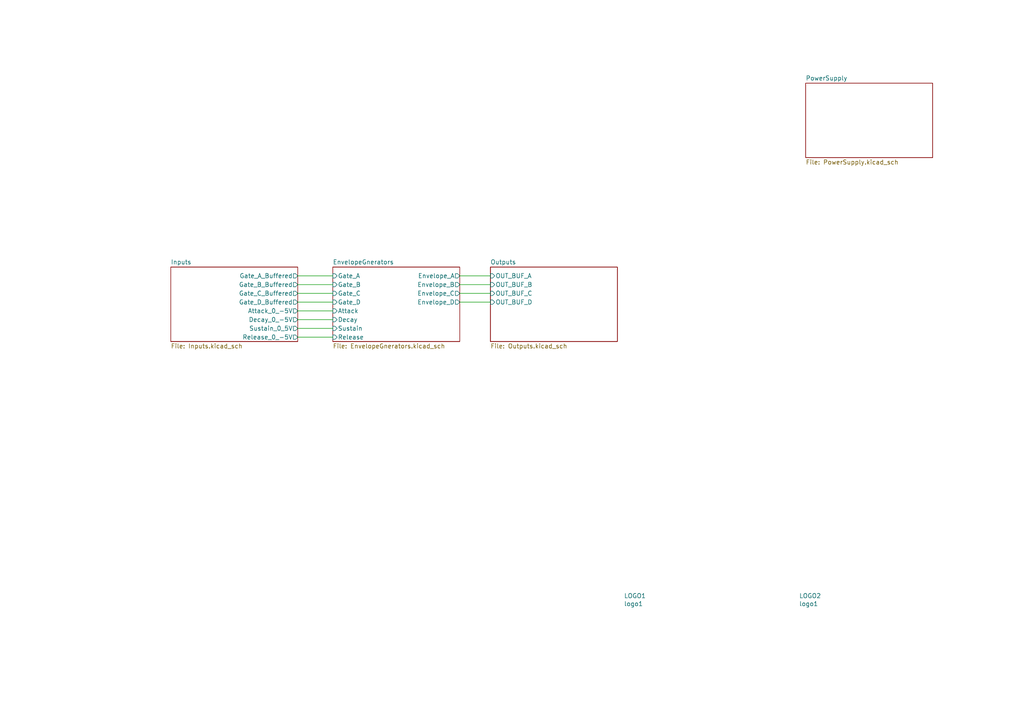
<source format=kicad_sch>
(kicad_sch (version 20211123) (generator eeschema)
  (paper "A4")
  (title_block (title "Polyphonic Envelope") (date "2022-01-02") (rev "1.0"))
  (lib_symbols
    (symbol "My Stuff:logo1" (pin_names (offset 1.016))
      (property "Reference" "LOGO" (at 0 -1.27 0))
      (property "Value" "logo1" (at 0 1.27 0))
    )
  )
  (wire (pts (xy 133.35 82.55) (xy 142.24 82.55)))
  (wire (pts (xy 86.36 85.09) (xy 96.52 85.09)))
  (wire (pts (xy 86.36 90.17) (xy 96.52 90.17)))
  (wire (pts (xy 142.24 85.09) (xy 133.35 85.09)))
  (wire (pts (xy 96.52 97.79) (xy 86.36 97.79)))
  (wire (pts (xy 86.36 95.25) (xy 96.52 95.25)))
  (wire (pts (xy 86.36 80.01) (xy 96.52 80.01)))
  (wire (pts (xy 96.52 92.71) (xy 86.36 92.71)))
  (wire (pts (xy 96.52 87.63) (xy 86.36 87.63)))
  (wire (pts (xy 133.35 87.63) (xy 142.24 87.63)))
  (wire (pts (xy 96.52 82.55) (xy 86.36 82.55)))
  (wire (pts (xy 142.24 80.01) (xy 133.35 80.01)))
  (symbol (lib_id "My Stuff:logo1") (at 231.14 173.99 0) (unit 1)
    (property "Reference" "LOGO2" (at 231.775 172.8216 0) (effects (justify left)))
    (property "Value" "logo1" (at 231.775 175.133 0) (effects (justify left)))
    (property "Footprint" "My Stuff:Logo1" (effects hide))
  )
  (symbol (lib_id "My Stuff:logo1") (at 180.34 173.99 0) (unit 1)
    (property "Reference" "LOGO1" (at 180.975 172.8216 0) (effects (justify left)))
    (property "Value" "logo1" (at 180.975 175.133 0) (effects (justify left)))
    (property "Footprint" "My Stuff:Logo1" (effects hide))
  )
  (sheet (at 233.68 24.13) (size 36.83 21.59)
    (property "Sheet name" "PowerSupply" (at 233.68 23.4184 0) (effects (justify left bottom)))
    (property "Sheet file" "PowerSupply.kicad_sch" (at 233.68 46.3046 0) (effects (justify left top)))
  )
  (sheet (at 49.53 77.47) (size 36.83 21.59)
    (property "Sheet name" "Inputs" (at 49.53 76.7584 0) (effects (justify left bottom)))
    (property "Sheet file" "Inputs.kicad_sch" (at 49.53 99.6446 0) (effects (justify left top)))
    (pin "Gate_A_Buffered" output (at 86.36 80.01 0))
    (pin "Gate_B_Buffered" output (at 86.36 82.55 0))
    (pin "Gate_C_Buffered" output (at 86.36 85.09 0))
    (pin "Gate_D_Buffered" output (at 86.36 87.63 0))
    (pin "Release_0_-5V" output (at 86.36 97.79 0))
    (pin "Sustain_0_5V" output (at 86.36 95.25 0))
    (pin "Decay_0_-5V" output (at 86.36 92.71 0))
    (pin "Attack_0_-5V" output (at 86.36 90.17 0))
  )
  (sheet (at 142.24 77.47) (size 36.83 21.59)
    (property "Sheet name" "Outputs" (at 142.24 76.7584 0) (effects (justify left bottom)))
    (property "Sheet file" "Outputs.kicad_sch" (at 142.24 99.6446 0) (effects (justify left top)))
    (pin "OUT_BUF_B" input (at 142.24 82.55 180))
    (pin "OUT_BUF_C" input (at 142.24 85.09 180))
    (pin "OUT_BUF_D" input (at 142.24 87.63 180))
    (pin "OUT_BUF_A" input (at 142.24 80.01 180))
  )
  (sheet (at 96.52 77.47) (size 36.83 21.59)
    (property "Sheet name" "EnvelopeGnerators" (at 96.52 76.7584 0) (effects (justify left bottom)))
    (property "Sheet file" "EnvelopeGnerators.kicad_sch" (at 96.52 99.6446 0) (effects (justify left top)))
    (pin "Gate_A" input (at 96.52 80.01 180))
    (pin "Gate_B" input (at 96.52 82.55 180))
    (pin "Gate_C" input (at 96.52 85.09 180))
    (pin "Gate_D" input (at 96.52 87.63 180))
    (pin "Attack" input (at 96.52 90.17 180))
    (pin "Decay" input (at 96.52 92.71 180))
    (pin "Sustain" input (at 96.52 95.25 180))
    (pin "Release" input (at 96.52 97.79 180))
    (pin "Envelope_A" output (at 133.35 80.01 0))
    (pin "Envelope_B" output (at 133.35 82.55 0))
    (pin "Envelope_C" output (at 133.35 85.09 0))
    (pin "Envelope_D" output (at 133.35 87.63 0))
  )
)
</source>
